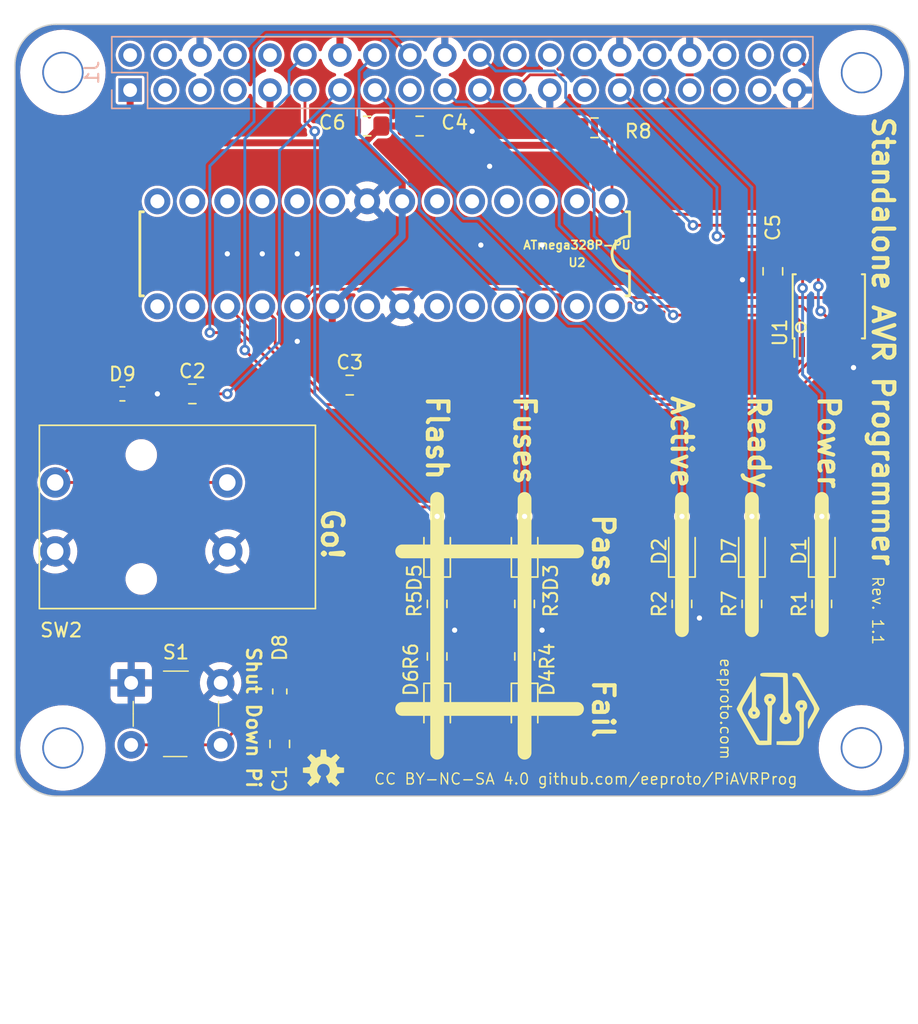
<source format=kicad_pcb>
(kicad_pcb (version 20240108) (generator "pcbnew") (generator_version "8.0")
  (title_block (title "Standalone AVR Programmer Pi Programmer") (date "2024-10-04") (rev "1.1") (comment 2 "Repo: https://github.com/eeproto/PiAVRProg") (comment 3 "License: This work is licensed under CC BY-NC-SA 4.0") (comment 4 "Author: Christian Hansis christian@eeproto.com"))
  (layers (0 "F.Cu" signal) (31 "B.Cu" signal) (34 "B.Paste" user) (35 "F.Paste" user) (36 "B.SilkS" user "B.Silkscreen") (37 "F.SilkS" user "F.Silkscreen") (38 "B.Mask" user) (39 "F.Mask" user) (44 "Edge.Cuts" user))
  (net 0 "")
  (net 1 "GND")
  (net 2 "/PI_SHUTDOWN")
  (net 3 "/PI_GO")
  (net 4 "+3V3")
  (net 5 "Net-(D1-Pad1)")
  (net 6 "/PROGRAMMING")
  (net 7 "Net-(D2-Pad1)")
  (net 8 "Net-(D3-Pad1)")
  (net 9 "/FUSE_PASS")
  (net 10 "/FUSE_FAIL")
  (net 11 "Net-(D4-Pad1)")
  (net 12 "Net-(D5-Pad1)")
  (net 13 "/FLASH_PASS")
  (net 14 "/FLASH_FAIL")
  (net 15 "Net-(D6-Pad1)")
  (net 16 "Net-(D7-Pad1)")
  (net 17 "/READY")
  (net 18 "/PI_MOSI")
  (net 19 "/PI_MISO")
  (net 20 "/PI_RESET")
  (net 21 "/PI_CLK")
  (net 22 "/SPI_SWITCH")
  (net 23 "/AVR_RESET")
  (net 24 "/AVR_MOSI")
  (net 25 "/AVR_MISO")
  (net 26 "/AVR_CLK")
  (footprint "project_footprints:NPTH_3mm_ID" (layer "F.Cu") (at 82.04 64.31)
    (property "Reference" "H1" (at 0.06 0.09 0) (layer "F.SilkS"))
    (property "Value" "3mm_Mounting_Hole" (hide yes))
    (pad "" np_thru_hole circle (at 0 0) (size 3 3) (drill 2.75) (layers "*.Cu" "*.Mask") (clearance 1.6))
  )
  (footprint "project_footprints:NPTH_3mm_ID" (layer "F.Cu") (at 140.04 64.33)
    (property "Reference" "H2" (at 0.06 0.09 0) (layer "F.SilkS"))
    (property "Value" "3mm_Mounting_Hole" (hide yes))
    (pad "" np_thru_hole circle (at 0 0) (size 3 3) (drill 2.75) (layers "*.Cu" "*.Mask") (clearance 1.6))
  )
  (footprint "project_footprints:NPTH_3mm_ID" (layer "F.Cu") (at 82.04 113.32)
    (property "Reference" "H3" (at 0.06 0.09 0) (layer "F.SilkS"))
    (property "Value" "3mm_Mounting_Hole" (hide yes))
    (pad "" np_thru_hole circle (at 0 0) (size 3 3) (drill 2.75) (layers "*.Cu" "*.Mask") (clearance 1.6))
  )
  (footprint "project_footprints:NPTH_3mm_ID" (layer "F.Cu") (at 140.03 113.31)
    (property "Reference" "H4" (at 0.06 0.09 0) (layer "F.SilkS"))
    (property "Value" "3mm_Mounting_Hole" (hide yes))
    (pad "" np_thru_hole circle (at 0 0) (size 3 3) (drill 2.75) (layers "*.Cu" "*.Mask") (clearance 1.6))
  )
  (footprint "Capacitor_SMD:C_0805_2012Metric_Pad1.15x1.40mm_HandSolder" (layer "F.Cu") (at 133.604 78.74 -90)
    (property "Reference" "C5" (at -3.175 0 -90) (layer "F.SilkS"))
    (property "Value" "0.1uF")
    (pad "1" smd roundrect (at -1.025 0 270) (size 1.15 1.4) (layers "F.Cu" "F.Paste" "F.Mask") (roundrect_rratio 0.217391) (net 4 "+3V3"))
    (pad "2" smd roundrect (at 1.025 0 270) (size 1.15 1.4) (layers "F.Cu" "F.Paste" "F.Mask") (roundrect_rratio 0.217391) (net 1 "GND"))
  )
  (footprint "Capacitor_SMD:C_0805_2012Metric_Pad1.15x1.40mm_HandSolder" (layer "F.Cu") (at 97.79 113.03 90)
    (property "Reference" "C1" (at -2.54 0 90) (layer "F.SilkS"))
    (property "Value" "0.1uF")
    (pad "1" smd roundrect (at -1.025 0 90) (size 1.15 1.4) (layers "F.Cu" "F.Paste" "F.Mask") (roundrect_rratio 0.217391) (net 1 "GND"))
    (pad "2" smd roundrect (at 1.025 0 90) (size 1.15 1.4) (layers "F.Cu" "F.Paste" "F.Mask") (roundrect_rratio 0.217391) (net 2 "/PI_SHUTDOWN"))
  )
  (footprint "Capacitor_SMD:C_0805_2012Metric_Pad1.15x1.40mm_HandSolder" (layer "F.Cu") (at 102.87 86.995)
    (property "Reference" "C3" (at 0 -1.65 0) (layer "F.SilkS"))
    (property "Value" "0.1uF")
    (pad "1" smd roundrect (at -1.025 0) (size 1.15 1.4) (layers "F.Cu" "F.Paste" "F.Mask") (roundrect_rratio 0.217391) (net 4 "+3V3"))
    (pad "2" smd roundrect (at 1.025 0) (size 1.15 1.4) (layers "F.Cu" "F.Paste" "F.Mask") (roundrect_rratio 0.217391) (net 1 "GND"))
  )
  (footprint "Capacitor_SMD:C_0805_2012Metric_Pad1.15x1.40mm_HandSolder" (layer "F.Cu") (at 107.95 68.199)
    (property "Reference" "C4" (at 2.54 -0.254 0) (layer "F.SilkS"))
    (property "Value" "0.1uF")
    (pad "1" smd roundrect (at -1.025 0) (size 1.15 1.4) (layers "F.Cu" "F.Paste" "F.Mask") (roundrect_rratio 0.217391) (net 4 "+3V3"))
    (pad "2" smd roundrect (at 1.025 0) (size 1.15 1.4) (layers "F.Cu" "F.Paste" "F.Mask") (roundrect_rratio 0.217391) (net 1 "GND"))
  )
  (footprint "Capacitor_SMD:C_0805_2012Metric_Pad1.15x1.40mm_HandSolder" (layer "F.Cu") (at 104.14 68.199 180)
    (property "Reference" "C6" (at 2.54 0.254 180) (layer "F.SilkS"))
    (property "Value" "10uF")
    (pad "1" smd roundrect (at -1.025 0 180) (size 1.15 1.4) (layers "F.Cu" "F.Paste" "F.Mask") (roundrect_rratio 0.217391) (net 4 "+3V3"))
    (pad "2" smd roundrect (at 1.025 0 180) (size 1.15 1.4) (layers "F.Cu" "F.Paste" "F.Mask") (roundrect_rratio 0.217391) (net 1 "GND"))
  )
  (footprint "LED_SMD:LED_0805_2012Metric_Pad1.15x1.40mm_HandSolder" (layer "F.Cu") (at 137.16 99.06 90)
    (property "Reference" "D1" (at 0 -1.65 90) (layer "F.SilkS"))
    (property "Value" "GREEN")
    (pad "1" smd roundrect (at -1.025 0 90) (size 1.15 1.4) (layers "F.Cu" "F.Paste" "F.Mask") (roundrect_rratio 0.217391) (net 5 "Net-(D1-Pad1)"))
    (pad "2" smd roundrect (at 1.025 0 90) (size 1.15 1.4) (layers "F.Cu" "F.Paste" "F.Mask") (roundrect_rratio 0.217391) (net 4 "+3V3"))
  )
  (footprint "LED_SMD:LED_0805_2012Metric_Pad1.15x1.40mm_HandSolder" (layer "F.Cu") (at 115.57 99.06 90)
    (property "Reference" "D3" (at -1.905 1.905 90) (layer "F.SilkS"))
    (property "Value" "GREEN")
    (pad "1" smd roundrect (at -1.025 0 90) (size 1.15 1.4) (layers "F.Cu" "F.Paste" "F.Mask") (roundrect_rratio 0.217391) (net 8 "Net-(D3-Pad1)"))
    (pad "2" smd roundrect (at 1.025 0 90) (size 1.15 1.4) (layers "F.Cu" "F.Paste" "F.Mask") (roundrect_rratio 0.217391) (net 9 "/FUSE_PASS"))
  )
  (footprint "LED_SMD:LED_0805_2012Metric_Pad1.15x1.40mm_HandSolder" (layer "F.Cu") (at 115.57 110.49 -90)
    (property "Reference" "D4" (at -1.905 -1.65 -90) (layer "F.SilkS"))
    (property "Value" "RED")
    (pad "1" smd roundrect (at -1.025 0 270) (size 1.15 1.4) (layers "F.Cu" "F.Paste" "F.Mask") (roundrect_rratio 0.217391) (net 11 "Net-(D4-Pad1)"))
    (pad "2" smd roundrect (at 1.025 0 270) (size 1.15 1.4) (layers "F.Cu" "F.Paste" "F.Mask") (roundrect_rratio 0.217391) (net 10 "/FUSE_FAIL"))
  )
  (footprint "LED_SMD:LED_0805_2012Metric_Pad1.15x1.40mm_HandSolder" (layer "F.Cu") (at 109.22 99.06 90)
    (property "Reference" "D5" (at -1.905 -1.65 90) (layer "F.SilkS"))
    (property "Value" "GREEN")
    (pad "1" smd roundrect (at -1.025 0 90) (size 1.15 1.4) (layers "F.Cu" "F.Paste" "F.Mask") (roundrect_rratio 0.217391) (net 12 "Net-(D5-Pad1)"))
    (pad "2" smd roundrect (at 1.025 0 90) (size 1.15 1.4) (layers "F.Cu" "F.Paste" "F.Mask") (roundrect_rratio 0.217391) (net 13 "/FLASH_PASS"))
  )
  (footprint "LED_SMD:LED_0805_2012Metric_Pad1.15x1.40mm_HandSolder" (layer "F.Cu") (at 109.22 110.49 -90)
    (property "Reference" "D6" (at -1.905 1.905 -90) (layer "F.SilkS"))
    (property "Value" "RED")
    (pad "1" smd roundrect (at -1.025 0 270) (size 1.15 1.4) (layers "F.Cu" "F.Paste" "F.Mask") (roundrect_rratio 0.217391) (net 15 "Net-(D6-Pad1)"))
    (pad "2" smd roundrect (at 1.025 0 270) (size 1.15 1.4) (layers "F.Cu" "F.Paste" "F.Mask") (roundrect_rratio 0.217391) (net 14 "/FLASH_FAIL"))
  )
  (footprint "Resistor_SMD:R_0603_1608Metric_Pad1.05x0.95mm_HandSolder" (layer "F.Cu") (at 97.79 109.22 90)
    (property "Reference" "D8" (at 3.175 0 90) (layer "F.SilkS"))
    (property "Value" "D_TVS")
    (pad "1" smd roundrect (at -0.875 0 90) (size 1.05 0.95) (layers "F.Cu" "F.Paste" "F.Mask") (net 2 "/PI_SHUTDOWN"))
    (pad "2" smd roundrect (at 0.875 0 90) (size 1.05 0.95) (layers "F.Cu" "F.Paste" "F.Mask") (net 1 "GND"))
  )
  (footprint "Resistor_SMD:R_0603_1608Metric_Pad1.05x0.95mm_HandSolder" (layer "F.Cu") (at 86.36 87.63)
    (property "Reference" "D9" (at 0 -1.43 0) (layer "F.SilkS"))
    (property "Value" "D_TVS")
    (pad "1" smd roundrect (at -0.875 0) (size 1.05 0.95) (layers "F.Cu" "F.Paste" "F.Mask") (net 3 "/PI_GO"))
    (pad "2" smd roundrect (at 0.875 0) (size 1.05 0.95) (layers "F.Cu" "F.Paste" "F.Mask") (net 1 "GND"))
  )
  (footprint "Resistor_SMD:R_0805_2012Metric_Pad1.15x1.40mm_HandSolder" (layer "F.Cu") (at 137.16 102.87 90)
    (property "Reference" "R1" (at 0 -1.65 90) (layer "F.SilkS"))
    (property "Value" "1k")
    (pad "1" smd roundrect (at -1.025 0 90) (size 1.15 1.4) (layers "F.Cu" "F.Paste" "F.Mask") (roundrect_rratio 0.217391) (net 1 "GND"))
    (pad "2" smd roundrect (at 1.025 0 90) (size 1.15 1.4) (layers "F.Cu" "F.Paste" "F.Mask") (roundrect_rratio 0.217391) (net 5 "Net-(D1-Pad1)"))
  )
  (footprint "Resistor_SMD:R_0805_2012Metric_Pad1.15x1.40mm_HandSolder" (layer "F.Cu") (at 127 102.87 90)
    (property "Reference" "R2" (at 0 -1.65 -90) (layer "F.SilkS"))
    (property "Value" "1k")
    (pad "1" smd roundrect (at -1.025 0 90) (size 1.15 1.4) (layers "F.Cu" "F.Paste" "F.Mask") (roundrect_rratio 0.217391) (net 1 "GND"))
    (pad "2" smd roundrect (at 1.025 0 90) (size 1.15 1.4) (layers "F.Cu" "F.Paste" "F.Mask") (roundrect_rratio 0.217391) (net 7 "Net-(D2-Pad1)"))
  )
  (footprint "Resistor_SMD:R_0805_2012Metric_Pad1.15x1.40mm_HandSolder" (layer "F.Cu") (at 115.57 102.87 90)
    (property "Reference" "R3" (at 0 1.905 90) (layer "F.SilkS"))
    (property "Value" "1k")
    (pad "1" smd roundrect (at -1.025 0 90) (size 1.15 1.4) (layers "F.Cu" "F.Paste" "F.Mask") (roundrect_rratio 0.217391) (net 1 "GND"))
    (pad "2" smd roundrect (at 1.025 0 90) (size 1.15 1.4) (layers "F.Cu" "F.Paste" "F.Mask") (roundrect_rratio 0.217391) (net 8 "Net-(D3-Pad1)"))
  )
  (footprint "Resistor_SMD:R_0805_2012Metric_Pad1.15x1.40mm_HandSolder" (layer "F.Cu") (at 109.22 102.87 90)
    (property "Reference" "R5" (at 0 -1.65 90) (layer "F.SilkS"))
    (property "Value" "1k")
    (pad "1" smd roundrect (at -1.025 0 90) (size 1.15 1.4) (layers "F.Cu" "F.Paste" "F.Mask") (roundrect_rratio 0.217391) (net 1 "GND"))
    (pad "2" smd roundrect (at 1.025 0 90) (size 1.15 1.4) (layers "F.Cu" "F.Paste" "F.Mask") (roundrect_rratio 0.217391) (net 12 "Net-(D5-Pad1)"))
  )
  (footprint "Resistor_SMD:R_0805_2012Metric_Pad1.15x1.40mm_HandSolder" (layer "F.Cu") (at 109.22 106.68 -90)
    (property "Reference" "R6" (at 0 1.905 -90) (layer "F.SilkS"))
    (property "Value" "1k")
    (pad "1" smd roundrect (at -1.025 0 270) (size 1.15 1.4) (layers "F.Cu" "F.Paste" "F.Mask") (roundrect_rratio 0.217391) (net 1 "GND"))
    (pad "2" smd roundrect (at 1.025 0 270) (size 1.15 1.4) (layers "F.Cu" "F.Paste" "F.Mask") (roundrect_rratio 0.217391) (net 15 "Net-(D6-Pad1)"))
  )
  (footprint "Resistor_SMD:R_0805_2012Metric_Pad1.15x1.40mm_HandSolder" (layer "F.Cu") (at 132.08 102.87 90)
    (property "Reference" "R7" (at 0 -1.65 90) (layer "F.SilkS"))
    (property "Value" "1k")
    (pad "1" smd roundrect (at -1.025 0 90) (size 1.15 1.4) (layers "F.Cu" "F.Paste" "F.Mask") (roundrect_rratio 0.217391) (net 1 "GND"))
    (pad "2" smd roundrect (at 1.025 0 90) (size 1.15 1.4) (layers "F.Cu" "F.Paste" "F.Mask") (roundrect_rratio 0.217391) (net 16 "Net-(D7-Pad1)"))
  )
  (footprint "OmronB3J1100:OmronB3J1100" (layer "F.Cu") (at 93.98 99.06 -90)
    (property "Reference" "SW2" (at 5.715 12.065 0) (layer "F.SilkS"))
    (property "Value" "MOM")
    (pad "" np_thru_hole circle (at -7 6.25 270) (size 1.8 1.8) (drill 1.8) (layers "*.Cu" "*.Mask"))
    (pad "" np_thru_hole circle (at 2 6.25 270) (size 1.8 1.8) (drill 1.8) (layers "*.Cu" "*.Mask"))
    (pad "1" thru_hole circle (at -5 0 270) (size 2.2 2.2) (drill 1.2) (layers "*.Cu" "*.Mask") (net 3 "/PI_GO"))
    (pad "1" thru_hole circle (at -5 12.5 270) (size 2.2 2.2) (drill 1.2) (layers "*.Cu" "*.Mask") (net 3 "/PI_GO"))
    (pad "2" thru_hole circle (at 0 0 270) (size 2.2 2.2) (drill 1.2) (layers "*.Cu" "*.Mask") (net 1 "GND"))
    (pad "2" thru_hole circle (at 0 12.5 270) (size 2.2 2.2) (drill 1.2) (layers "*.Cu" "*.Mask") (net 1 "GND"))
  )
  (footprint "Connectors:DIL28-3-ZIF_SOCKET" (layer "F.Cu") (at 105.41 77.47 180)
    (property "Reference" "U2" (at -13.97 -0.635 180) (layer "F.SilkS") (effects (font (size 0.6096 0.6096) (thickness 0.127))))
    (property "Value" "ATmega328P-PU" (at -13.97 0.635 180) (layer "F.SilkS") (effects (font (size 0.6096 0.6096) (thickness 0.127))))
    (pad "1" thru_hole circle (at -16.51 3.81 180) (size 1.8796 1.8796) (drill 1.016) (layers "*.Cu" "*.Mask") (net 23 "/AVR_RESET"))
    (pad "2" thru_hole circle (at -13.97 3.81 180) (size 1.8796 1.8796) (drill 1.016) (layers "*.Cu" "*.Mask"))
    (pad "3" thru_hole circle (at -11.43 3.81 180) (size 1.8796 1.8796) (drill 1.016) (layers "*.Cu" "*.Mask"))
    (pad "4" thru_hole circle (at -8.89 3.81 180) (size 1.8796 1.8796) (drill 1.016) (layers "*.Cu" "*.Mask"))
    (pad "5" thru_hole circle (at -6.35 3.81 180) (size 1.8796 1.8796) (drill 1.016) (layers "*.Cu" "*.Mask"))
    (pad "6" thru_hole circle (at -3.81 3.81 180) (size 1.8796 1.8796) (drill 1.016) (layers "*.Cu" "*.Mask"))
    (pad "7" thru_hole circle (at -1.27 3.81 180) (size 1.8796 1.8796) (drill 1.016) (layers "*.Cu" "*.Mask") (net 4 "+3V3"))
    (pad "8" thru_hole circle (at 1.27 3.81 180) (size 1.8796 1.8796) (drill 1.016) (layers "*.Cu" "*.Mask") (net 1 "GND"))
    (pad "9" thru_hole circle (at 3.81 3.81 180) (size 1.8796 1.8796) (drill 1.016) (layers "*.Cu" "*.Mask"))
    (pad "10" thru_hole circle (at 6.35 3.81 180) (size 1.8796 1.8796) (drill 1.016) (layers "*.Cu" "*.Mask"))
    (pad "11" thru_hole circle (at 8.89 3.81 180) (size 1.8796 1.8796) (drill 1.016) (layers "*.Cu" "*.Mask"))
    (pad "12" thru_hole circle (at 11.43 3.81 180) (size 1.8796 1.8796) (drill 1.016) (layers "*.Cu" "*.Mask"))
    (pad "13" thru_hole circle (at 13.97 3.81 180) (size 1.8796 1.8796) (drill 1.016) (layers "*.Cu" "*.Mask"))
    (pad "14" thru_hole circle (at 16.51 3.81 180) (size 1.8796 1.8796) (drill 1.016) (layers "*.Cu" "*.Mask"))
    (pad "15" thru_hole circle (at 16.51 -3.81 180) (size 1.8796 1.8796) (drill 1.016) (layers "*.Cu" "*.Mask"))
    (pad "16" thru_hole circle (at 13.97 -3.81 180) (size 1.8796 1.8796) (drill 1.016) (layers "*.Cu" "*.Mask"))
    (pad "17" thru_hole circle (at 11.43 -3.81 180) (size 1.8796 1.8796) (drill 1.016) (layers "*.Cu" "*.Mask") (net 24 "/AVR_MOSI"))
    (pad "18" thru_hole circle (at 8.89 -3.81 180) (size 1.8796 1.8796) (drill 1.016) (layers "*.Cu" "*.Mask") (net 25 "/AVR_MISO"))
    (pad "19" thru_hole circle (at 6.35 -3.81 180) (size 1.8796 1.8796) (drill 1.016) (layers "*.Cu" "*.Mask") (net 26 "/AVR_CLK"))
    (pad "20" thru_hole circle (at 3.81 -3.81 180) (size 1.8796 1.8796) (drill 1.016) (layers "*.Cu" "*.Mask") (net 4 "+3V3"))
    (pad "21" thru_hole circle (at 1.27 -3.81 180) (size 1.8796 1.8796) (drill 1.016) (layers "*.Cu" "*.Mask"))
    (pad "22" thru_hole circle (at -1.27 -3.81 180) (size 1.8796 1.8796) (drill 1.016) (layers "*.Cu" "*.Mask") (net 1 "GND"))
    (pad "23" thru_hole circle (at -3.81 -3.81 180) (size 1.8796 1.8796) (drill 1.016) (layers "*.Cu" "*.Mask"))
    (pad "24" thru_hole circle (at -6.35 -3.81 180) (size 1.8796 1.8796) (drill 1.016) (layers "*.Cu" "*.Mask"))
    (pad "25" thru_hole circle (at -8.89 -3.81 180) (size 1.8796 1.8796) (drill 1.016) (layers "*.Cu" "*.Mask"))
    (pad "26" thru_hole circle (at -11.43 -3.81 180) (size 1.8796 1.8796) (drill 1.016) (layers "*.Cu" "*.Mask"))
    (pad "27" thru_hole circle (at -13.97 -3.81 180) (size 1.8796 1.8796) (drill 1.016) (layers "*.Cu" "*.Mask"))
    (pad "28" thru_hole circle (at -16.51 -3.81 180) (size 1.8796 1.8796) (drill 1.016) (layers "*.Cu" "*.Mask"))
  )
  (footprint "Resistor_SMD:R_0805_2012Metric_Pad1.15x1.40mm_HandSolder" (layer "F.Cu") (at 115.57 106.68 -90)
    (property "Reference" "R4" (at 0 -1.65 -90) (layer "F.SilkS"))
    (property "Value" "1k")
    (pad "1" smd roundrect (at -1.025 0 270) (size 1.15 1.4) (layers "F.Cu" "F.Paste" "F.Mask") (roundrect_rratio 0.217391) (net 1 "GND"))
    (pad "2" smd roundrect (at 1.025 0 270) (size 1.15 1.4) (layers "F.Cu" "F.Paste" "F.Mask") (roundrect_rratio 0.217391) (net 11 "Net-(D4-Pad1)"))
  )
  (footprint "LED_SMD:LED_0805_2012Metric_Pad1.15x1.40mm_HandSolder" (layer "F.Cu") (at 132.08 99.06 90)
    (property "Reference" "D7" (at 0 -1.65 90) (layer "F.SilkS"))
    (property "Value" "GREEN")
    (pad "1" smd roundrect (at -1.025 0 90) (size 1.15 1.4) (layers "F.Cu" "F.Paste" "F.Mask") (roundrect_rratio 0.217391) (net 16 "Net-(D7-Pad1)"))
    (pad "2" smd roundrect (at 1.025 0 90) (size 1.15 1.4) (layers "F.Cu" "F.Paste" "F.Mask") (roundrect_rratio 0.217391) (net 17 "/READY"))
  )
  (footprint "Capacitor_SMD:C_0805_2012Metric_Pad1.15x1.40mm_HandSolder" (layer "F.Cu") (at 91.44 87.63)
    (property "Reference" "C2" (at 0 -1.65 0) (layer "F.SilkS"))
    (property "Value" "0.1uF")
    (pad "1" smd roundrect (at -1.025 0) (size 1.15 1.4) (layers "F.Cu" "F.Paste" "F.Mask") (roundrect_rratio 0.217391) (net 1 "GND"))
    (pad "2" smd roundrect (at 1.025 0) (size 1.15 1.4) (layers "F.Cu" "F.Paste" "F.Mask") (roundrect_rratio 0.217391) (net 3 "/PI_GO"))
  )
  (footprint "Package_SO:TSSOP-14_4.4x5mm_P0.65mm" (layer "F.Cu") (at 137.668 81.28 90)
    (property "Reference" "U1" (at -1.905 -3.55 90) (layer "F.SilkS"))
    (property "Value" "4066")
    (pad "1" smd rect (at -2.95 -1.95 90) (size 1.45 0.45) (layers "F.Cu" "F.Paste" "F.Mask") (net 19 "/PI_MISO"))
    (pad "2" smd rect (at -2.95 -1.3 90) (size 1.45 0.45) (layers "F.Cu" "F.Paste" "F.Mask") (net 25 "/AVR_MISO"))
    (pad "3" smd rect (at -2.95 -0.65 90) (size 1.45 0.45) (layers "F.Cu" "F.Paste" "F.Mask") (net 24 "/AVR_MOSI"))
    (pad "4" smd rect (at -2.95 0 90) (size 1.45 0.45) (layers "F.Cu" "F.Paste" "F.Mask") (net 18 "/PI_MOSI"))
    (pad "5" smd rect (at -2.95 0.65 90) (size 1.45 0.45) (layers "F.Cu" "F.Paste" "F.Mask") (net 22 "/SPI_SWITCH"))
    (pad "6" smd rect (at -2.95 1.3 90) (size 1.45 0.45) (layers "F.Cu" "F.Paste" "F.Mask") (net 22 "/SPI_SWITCH"))
    (pad "7" smd rect (at -2.95 1.95 90) (size 1.45 0.45) (layers "F.Cu" "F.Paste" "F.Mask") (net 1 "GND"))
    (pad "8" smd rect (at 2.95 1.95 90) (size 1.45 0.45) (layers "F.Cu" "F.Paste" "F.Mask") (net 21 "/PI_CLK"))
    (pad "9" smd rect (at 2.95 1.3 90) (size 1.45 0.45) (layers "F.Cu" "F.Paste" "F.Mask") (net 26 "/AVR_CLK"))
    (pad "10" smd rect (at 2.95 0.65 90) (size 1.45 0.45) (layers "F.Cu" "F.Paste" "F.Mask") (net 23 "/AVR_RESET"))
    (pad "11" smd rect (at 2.95 0 90) (size 1.45 0.45) (layers "F.Cu" "F.Paste" "F.Mask") (net 20 "/PI_RESET"))
    (pad "12" smd rect (at 2.95 -0.65 90) (size 1.45 0.45) (layers "F.Cu" "F.Paste" "F.Mask") (net 22 "/SPI_SWITCH"))
    (pad "13" smd rect (at 2.95 -1.3 90) (size 1.45 0.45) (layers "F.Cu" "F.Paste" "F.Mask") (net 22 "/SPI_SWITCH"))
    (pad "14" smd rect (at 2.95 -1.95 90) (size 1.45 0.45) (layers "F.Cu" "F.Paste" "F.Mask") (net 4 "+3V3"))
  )
  (footprint "digikey-footprints:Switch_Tactile_THT_B3F-1xxx" (layer "F.Cu") (at 86.995 108.585)
    (property "Reference" "S1" (at 3.2512 -2.2094 0) (layer "F.SilkS"))
    (property "Value" "B3F-1000")
    (pad "1" thru_hole rect (at 0.0012 0.0106) (size 2 2) (drill 1) (layers "*.Cu" "*.Mask") (net 1 "GND"))
    (pad "2" thru_hole circle (at 6.5012 0.0106) (size 2 2) (drill 1) (layers "*.Cu" "*.Mask") (net 1 "GND"))
    (pad "3" thru_hole circle (at 0.0012 4.5106) (size 2 2) (drill 1) (layers "*.Cu" "*.Mask") (net 2 "/PI_SHUTDOWN"))
    (pad "4" thru_hole circle (at 6.5012 4.5106) (size 2 2) (drill 1) (layers "*.Cu" "*.Mask") (net 2 "/PI_SHUTDOWN"))
  )
  (footprint "Resistor_SMD:R_0805_2012Metric_Pad1.15x1.40mm_HandSolder" (layer "F.Cu") (at 120.65 68.326)
    (property "Reference" "R8" (at 3.175 0.254 0) (layer "F.SilkS"))
    (property "Value" "10k")
    (pad "1" smd roundrect (at -1.025 0) (size 1.15 1.4) (layers "F.Cu" "F.Paste" "F.Mask") (roundrect_rratio 0.217391) (net 4 "+3V3"))
    (pad "2" smd roundrect (at 1.025 0) (size 1.15 1.4) (layers "F.Cu" "F.Paste" "F.Mask") (roundrect_rratio 0.217391) (net 23 "/AVR_RESET"))
  )
  (footprint "LED_SMD:LED_0805_2012Metric_Pad1.15x1.40mm_HandSolder" (layer "F.Cu") (at 127 99.06 90)
    (property "Reference" "D2" (at 0 -1.65 90) (layer "F.SilkS"))
    (property "Value" "YELLOW")
    (pad "1" smd roundrect (at -1.025 0 90) (size 1.15 1.4) (layers "F.Cu" "F.Paste" "F.Mask") (roundrect_rratio 0.217391) (net 7 "Net-(D2-Pad1)"))
    (pad "2" smd roundrect (at 1.025 0 90) (size 1.15 1.4) (layers "F.Cu" "F.Paste" "F.Mask") (roundrect_rratio 0.217391) (net 6 "/PROGRAMMING"))
  )
  (footprint "Aesthetics:OSHW-LOGO-S" (layer "F.Cu") (at 100.965 114.935)
    (property "Reference" "" (at 0 0 0) (layer "F.SilkS") (effects (font (size 1.524 1.524))))
    (property "Value" "" (at 0 0 0) (layer "F.SilkS") (effects (font (size 1.524 1.524))))
  )
  (footprint "logo_eeproto_72:logo_eeproto_72" (layer "F.Cu") (at 133.985 110.49 90)
    (property "Reference" "G***" (hide yes))
    (property "Value" "LOGO" (hide yes))
  )
  (footprint "Connector_PinSocket_2.54mm:PinSocket_2x20_P2.54mm_Vertical" (layer "B.Cu") (at 86.92 65.59 -90)
    (property "Reference" "J1" (at -1.27 2.77 -90) (layer "B.SilkS") (effects (justify mirror)))
    (property "Value" "40HAT")
    (pad "1" thru_hole rect (at 0 0 270) (size 1.7 1.7) (drill 1) (layers "*.Cu" "*.Mask") (net 4 "+3V3"))
    (pad "2" thru_hole oval (at -2.54 0 270) (size 1.7 1.7) (drill 1) (layers "*.Cu" "*.Mask"))
    (pad "3" thru_hole oval (at 0 -2.54 270) (size 1.7 1.7) (drill 1) (layers "*.Cu" "*.Mask"))
    (pad "4" thru_hole oval (at -2.54 -2.54 270) (size 1.7 1.7) (drill 1) (layers "*.Cu" "*.Mask"))
    (pad "5" thru_hole oval (at 0 -5.08 270) (size 1.7 1.7) (drill 1) (layers "*.Cu" "*.Mask"))
    (pad "6" thru_hole oval (at -2.54 -5.08 270) (size 1.7 1.7) (drill 1) (layers "*.Cu" "*.Mask") (net 1 "GND"))
    (pad "7" thru_hole oval (at 0 -7.62 270) (size 1.7 1.7) (drill 1) (layers "*.Cu" "*.Mask"))
    (pad "8" thru_hole oval (at -2.54 -7.62 270) (size 1.7 1.7) (drill 1) (layers "*.Cu" "*.Mask"))
    (pad "9" thru_hole oval (at 0 -10.16 270) (size 1.7 1.7) (drill 1) (layers "*.Cu" "*.Mask") (net 1 "GND"))
    (pad "10" thru_hole oval (at -2.54 -10.16 270) (size 1.7 1.7) (drill 1) (layers "*.Cu" "*.Mask"))
    (pad "11" thru_hole oval (at 0 -12.7 270) (size 1.7 1.7) (drill 1) (layers "*.Cu" "*.Mask") (net 13 "/FLASH_PASS"))
    (pad "12" thru_hole oval (at -2.54 -12.7 270) (size 1.7 1.7) (drill 1) (layers "*.Cu" "*.Mask") (net 14 "/FLASH_FAIL"))
    (pad "13" thru_hole oval (at 0 -15.24 270) (size 1.7 1.7) (drill 1) (layers "*.Cu" "*.Mask") (net 3 "/PI_GO"))
    (pad "14" thru_hole oval (at -2.54 -15.24 270) (size 1.7 1.7) (drill 1) (layers "*.Cu" "*.Mask") (net 1 "GND"))
    (pad "15" thru_hole oval (at 0 -17.78 270) (size 1.7 1.7) (drill 1) (layers "*.Cu" "*.Mask") (net 6 "/PROGRAMMING"))
    (pad "16" thru_hole oval (at -2.54 -17.78 270) (size 1.7 1.7) (drill 1) (layers "*.Cu" "*.Mask") (net 9 "/FUSE_PASS"))
    (pad "17" thru_hole oval (at 0 -20.32 270) (size 1.7 1.7) (drill 1) (layers "*.Cu" "*.Mask"))
    (pad "18" thru_hole oval (at -2.54 -20.32 270) (size 1.7 1.7) (drill 1) (layers "*.Cu" "*.Mask") (net 10 "/FUSE_FAIL"))
    (pad "19" thru_hole oval (at 0 -22.86 270) (size 1.7 1.7) (drill 1) (layers "*.Cu" "*.Mask") (net 18 "/PI_MOSI"))
    (pad "20" thru_hole oval (at -2.54 -22.86 270) (size 1.7 1.7) (drill 1) (layers "*.Cu" "*.Mask") (net 1 "GND"))
    (pad "21" thru_hole oval (at 0 -25.4 270) (size 1.7 1.7) (drill 1) (layers "*.Cu" "*.Mask") (net 19 "/PI_MISO"))
    (pad "22" thru_hole oval (at -2.54 -25.4 270) (size 1.7 1.7) (drill 1) (layers "*.Cu" "*.Mask") (net 20 "/PI_RESET"))
    (pad "23" thru_hole oval (at 0 -27.94 270) (size 1.7 1.7) (drill 1) (layers "*.Cu" "*.Mask") (net 21 "/PI_CLK"))
    (pad "24" thru_hole oval (at -2.54 -27.94 270) (size 1.7 1.7) (drill 1) (layers "*.Cu" "*.Mask"))
    (pad "25" thru_hole oval (at 0 -30.48 270) (size 1.7 1.7) (drill 1) (layers "*.Cu" "*.Mask") (net 1 "GND"))
    (pad "26" thru_hole oval (at -2.54 -30.48 270) (size 1.7 1.7) (drill 1) (layers "*.Cu" "*.Mask"))
    (pad "27" thru_hole oval (at 0 -33.02 270) (size 1.7 1.7) (drill 1) (layers "*.Cu" "*.Mask"))
    (pad "28" thru_hole oval (at -2.54 -33.02 270) (size 1.7 1.7) (drill 1) (layers "*.Cu" "*.Mask"))
    (pad "29" thru_hole oval (at 0 -35.56 270) (size 1.7 1.7) (drill 1) (layers "*.Cu" "*.Mask") (net 22 "/SPI_SWITCH"))
    (pad "30" thru_hole oval (at -2.54 -35.56 270) (size 1.7 1.7) (drill 1) (layers "*.Cu" "*.Mask") (net 1 "GND"))
    (pad "31" thru_hole oval (at 0 -38.1 270) (size 1.7 1.7) (drill 1) (layers "*.Cu" "*.Mask") (net 17 "/READY"))
    (pad "32" thru_hole oval (at -2.54 -38.1 270) (size 1.7 1.7) (drill 1) (layers "*.Cu" "*.Mask"))
    (pad "33" thru_hole oval (at 0 -40.64 270) (size 1.7 1.7) (drill 1) (layers "*.Cu" "*.Mask"))
    (pad "34" thru_hole oval (at -2.54 -40.64 270) (size 1.7 1.7) (drill 1) (layers "*.Cu" "*.Mask") (net 1 "GND"))
    (pad "35" thru_hole oval (at 0 -43.18 270) (size 1.7 1.7) (drill 1) (layers "*.Cu" "*.Mask"))
    (pad "36" thru_hole oval (at -2.54 -43.18 270) (size 1.7 1.7) (drill 1) (layers "*.Cu" "*.Mask"))
    (pad "37" thru_hole oval (at 0 -45.72 270) (size 1.7 1.7) (drill 1) (layers "*.Cu" "*.Mask"))
    (pad "38" thru_hole oval (at -2.54 -45.72 270) (size 1.7 1.7) (drill 1) (layers "*.Cu" "*.Mask"))
    (pad "39" thru_hole oval (at 0 -48.26 270) (size 1.7 1.7) (drill 1) (layers "*.Cu" "*.Mask") (net 1 "GND"))
    (pad "40" thru_hole oval (at -2.54 -48.26 270) (size 1.7 1.7) (drill 1) (layers "*.Cu" "*.Mask") (net 2 "/PI_SHUTDOWN"))
  )
  (gr_line (start 106.68 99.06) (end 119.38 99.06) (stroke (width 1)) (layer "F.SilkS"))
  (gr_line (start 106.68 110.49) (end 119.38 110.49) (stroke (width 1)) (layer "F.SilkS"))
  (gr_line (start 115.57 113.665) (end 115.57 95.25) (stroke (width 1)) (layer "F.SilkS"))
  (gr_line (start 109.22 113.665) (end 109.22 95.25) (stroke (width 1)) (layer "F.SilkS"))
  (gr_line (start 127 104.775) (end 127 95.25) (stroke (width 1)) (layer "F.SilkS"))
  (gr_line (start 132.08 104.775) (end 132.08 95.25) (stroke (width 1)) (layer "F.SilkS"))
  (gr_line (start 137.16 104.775) (end 137.16 95.25) (stroke (width 1)) (layer "F.SilkS"))
  (gr_circle (center 135.636 82.804) (end 135.89 83.058) (stroke (width 0.15)) (fill none) (layer "F.SilkS"))
  (gr_line (start 143.546356 113.817611) (end 143.546356 63.817611) (stroke (width 0.1)) (layer "Edge.Cuts"))
  (gr_line (start 140.546356 60.817611) (end 81.546356 60.817611) (stroke (width 0.1)) (layer "Edge.Cuts"))
  (gr_arc (start 78.546356 63.817611) (mid 79.425036 61.696291) (end 81.546356 60.817611) (stroke (width 0.1)) (layer "Edge.Cuts"))
  (gr_line (start 81.546356 116.817611) (end 140.546356 116.817611) (stroke (width 0.1)) (layer "Edge.Cuts"))
  (gr_line (start 78.546356 63.817611) (end 78.546356 113.817611) (stroke (width 0.1)) (layer "Edge.Cuts"))
  (gr_arc (start 81.546356 116.817611) (mid 79.425036 115.938931) (end 78.546356 113.817611) (stroke (width 0.1)) (layer "Edge.Cuts"))
  (gr_arc (start 143.546351 113.822847) (mid 142.665824 115.940781) (end 140.546356 116.817611) (stroke (width 0.1)) (layer "Edge.Cuts"))
  (gr_arc (start 140.546356 60.817611) (mid 142.667676 61.696291) (end 143.546356 63.817611) (stroke (width 0.1)) (layer "Edge.Cuts"))
  (gr_text "Fuses" (at 115.57 87.63 270) (layer "F.SilkS") (effects (font (size 1.5 1.5) (thickness 0.3)) (justify left)))
  (gr_text "Pass" (at 121.285 99.06 270) (layer "F.SilkS") (effects (font (size 1.5 1.5) (thickness 0.3))))
  (gr_text "Active" (at 127 87.63 270) (layer "F.SilkS") (effects (font (size 1.5 1.5) (thickness 0.3)) (justify left)))
  (gr_text "Ready" (at 132.588 87.63 270) (layer "F.SilkS") (effects (font (size 1.5 1.5) (thickness 0.3)) (justify left)))
  (gr_text "Fail" (at 121.285 110.49 270) (layer "F.SilkS") (effects (font (size 1.5 1.5) (thickness 0.3))))
  (gr_text "eeproto.com" (at 130.175 110.49 270) (layer "F.SilkS") (effects (font (size 0.8 0.8) (thickness 0.1))))
  (gr_text "CC BY-NC-SA 4.0 github.com/eeproto/PiAVRProg" (at 120.015 115.57 0) (layer "F.SilkS") (effects (font (size 0.8 0.8) (thickness 0.1))))
  (gr_text "Rev. 1.1" (at 141.224 105.918 270) (layer "F.SilkS") (effects (font (size 0.8 0.8) (thickness 0.1)) (justify right)))
  (gr_text "Power" (at 137.668 87.63 270) (layer "F.SilkS") (effects (font (size 1.5 1.5) (thickness 0.3)) (justify left)))
  (gr_text "Shut Down Pi" (at 95.885 111.125 270) (layer "F.SilkS") (effects (font (size 1 1) (thickness 0.2))))
  (gr_text "Go!" (at 101.6 97.79 270) (layer "F.SilkS") (effects (font (size 1.5 1.5) (thickness 0.3))))
  (gr_text "Flash" (at 109.22 87.63 270) (layer "F.SilkS") (effects (font (size 1.5 1.5) (thickness 0.3)) (justify left)))
  (gr_text "Standalone AVR Programmer" (at 141.605 83.82 270) (layer "F.SilkS") (effects (font (size 1.5 1.5) (thickness 0.3))))
  (segment (start 109.22 103.895) (end 109.22 104.775) (width 0.2032) (layer "F.Cu") (net 1))
  (segment (start 87.235 87.63) (end 88.9 87.63) (width 0.2032) (layer "F.Cu") (net 1))
  (segment (start 115.57 103.895) (end 115.57 104.775) (width 0.2032) (layer "F.Cu") (net 1))
  (segment (start 137.16 103.895) (end 132.08 103.895) (width 0.2032) (layer "F.Cu") (net 1))
  (segment (start 127 103.895) (end 128.27 103.895) (width 0.2032) (layer "F.Cu") (net 1))
  (segment (start 131.809601 79.765) (end 131.3942 79.349599) (width 0.2032) (layer "F.Cu") (net 1))
  (segment (start 88.9 87.63) (end 90.415 87.63) (width 0.2032) (layer "F.Cu") (net 1))
  (segment (start 109.22 104.775) (end 110.49 104.775) (width 0.2032) (layer "F.Cu") (net 1))
  (segment (start 115.57 104.775) (end 116.84 104.775) (width 0.2032) (layer "F.Cu") (net 1))
  (segment (start 139.618 85.569001) (end 139.462001 85.725) (width 0.2032) (layer "F.Cu") (net 1))
  (segment (start 133.604 79.765) (end 131.809601 79.765) (width 0.2032) (layer "F.Cu") (net 1))
  (segment (start 139.618 84.23) (end 139.618 85.569001) (width 0.2032) (layer "F.Cu") (net 1))
  (segment (start 132.08 103.895) (end 128.27 103.895) (width 0.2032) (layer "F.Cu") (net 1))
  (segment (start 115.57 104.775) (end 115.57 105.655) (width 0.2032) (layer "F.Cu") (net 1))
  (segment (start 109.22 104.775) (end 109.22 105.655) (width 0.2032) (layer "F.Cu") (net 1))
  (via (at 113.03 71.12) (size 0.762) (drill 0.381) (layers "F.Cu" "B.Cu") (net 1))
  (via (at 99.06 83.82) (size 0.762) (drill 0.381) (layers "F.Cu" "B.Cu") (net 1))
  (via (at 93.98 77.47) (size 0.762) (drill 0.381) (layers "F.Cu" "B.Cu") (net 1))
  (via (at 96.52 77.47) (size 0.762) (drill 0.381) (layers "F.Cu" "B.Cu") (net 1))
  (via (at 99.06 77.47) (size 0.762) (drill 0.381) (layers "F.Cu" "B.Cu") (net 1))
  (via (at 116.84 76.835) (size 0.762) (drill 0.381) (layers "F.Cu" "B.Cu") (net 1))
  (via (at 112.395 76.835) (size 0.762) (drill 0.381) (layers "F.Cu" "B.Cu") (net 1))
  (via (at 111.76 68.58) (size 0.762) (drill 0.381) (layers "F.Cu" "B.Cu") (net 1))
  (via (at 131.3942 79.349599) (size 0.762) (drill 0.381) (layers "F.Cu" "B.Cu") (net 1))
  (via (at 128.27 103.895) (size 0.762) (drill 0.381) (layers "F.Cu" "B.Cu") (net 1))
  (via (at 116.84 104.775) (size 0.762) (drill 0.381) (layers "F.Cu" "B.Cu") (net 1))
  (via (at 139.462001 85.725) (size 0.762) (drill 0.381) (layers "F.Cu" "B.Cu") (net 1))
  (via (at 88.9 87.63) (size 0.762) (drill 0.381) (layers "F.Cu" "B.Cu") (net 1))
  (via (at 110.49 104.775) (size 0.762) (drill 0.381) (layers "F.Cu" "B.Cu") (net 1))
  (segment (start 97.79 112.005) (end 97.79 110.095) (width 0.2032) (layer "F.Cu") (net 2))
  (segment (start 140.147801 103.946199) (end 140.147801 102.974821) (width 0.2032) (layer "F.Cu") (net 2))
  (segment (start 94.5868 112.005) (end 97.79 112.005) (width 0.2032) (layer "F.Cu") (net 2))
  (segment (start 86.9962 113.0956) (end 93.4962 113.0956) (width 0.2032) (layer "F.Cu") (net 2))
  (segment (start 136.838399 64.708399) (end 136.838399 66.413598) (width 0.2032) (layer "F.Cu") (net 2))
  (segment (start 97.79 112.005) (end 98.815 113.03) (width 0.2032) (layer "F.Cu") (net 2))
  (segment (start 98.815 113.03) (end 121.92 113.03) (width 0.2032) (layer "F.Cu") (net 2))
  (segment (start 121.92 113.03) (end 128.778 106.172) (width 0.2032) (layer "F.Cu") (net 2))
  (segment (start 140.147801 102.974821) (end 140.147801 69.723) (width 0.2032) (layer "F.Cu") (net 2))
  (segment (start 93.4962 113.0956) (end 94.5868 112.005) (width 0.2032) (layer "F.Cu") (net 2))
  (segment (start 136.838399 66.413598) (end 140.147801 69.723) (width 0.2032) (layer "F.Cu") (net 2))
  (segment (start 128.778 106.172) (end 137.922 106.172) (width 0.2032) (layer "F.Cu") (net 2))
  (segment (start 135.18 63.05) (end 136.838399 64.708399) (width 0.2032) (layer "F.Cu") (net 2))
  (segment (start 137.922 106.172) (end 140.147801 103.946199) (width 0.2032) (layer "F.Cu") (net 2))
  (segment (start 92.465 87.63) (end 93.98 87.63) (width 0.2032) (layer "F.Cu") (net 3))
  (segment (start 85.485 90.055) (end 90.04 90.055) (width 0.2032) (layer "F.Cu") (net 3))
  (segment (start 90.04 90.055) (end 92.465 87.63) (width 0.2032) (layer "F.Cu") (net 3))
  (segment (start 85.485 90.055) (end 85.485 87.63) (width 0.2032) (layer "F.Cu") (net 3))
  (segment (start 81.48 94.06) (end 85.485 90.055) (width 0.2032) (layer "F.Cu") (net 3))
  (segment (start 93.98 94.06) (end 81.48 94.06) (width 0.2032) (layer "F.Cu") (net 3))
  (via (at 93.98 87.63) (size 0.762) (drill 0.381) (layers "F.Cu" "B.Cu") (net 3))
  (segment (start 97.764601 83.845399) (end 97.764601 69.985399) (width 0.2032) (layer "B.Cu") (net 3))
  (segment (start 97.764601 69.985399) (end 101.310001 66.439999) (width 0.2032) (layer "B.Cu") (net 3))
  (segment (start 93.98 87.63) (end 97.764601 83.845399) (width 0.2032) (layer "B.Cu") (net 3))
  (segment (start 101.310001 66.439999) (end 102.16 65.59) (width 0.2032) (layer "B.Cu") (net 3))
  (segment (start 106.68 72.330923) (end 103.767278 69.418201) (width 0.508) (layer "F.Cu") (net 4))
  (segment (start 101.6 86.75) (end 101.845 86.995) (width 0.508) (layer "F.Cu") (net 4))
  (segment (start 118.355 69.596) (end 119.001628 68.949372) (width 0.508) (layer "F.Cu") (net 4))
  (segment (start 105.165 68.199) (end 106.925 68.199) (width 0.508) (layer "F.Cu") (net 4))
  (segment (start 104.541628 68.822372) (end 105.165 68.199) (width 0.508) (layer "F.Cu") (net 4))
  (segment (start 103.767278 69.418201) (end 103.378 69.418201) (width 0.508) (layer "F.Cu") (net 4))
  (segment (start 120.573801 74.080627) (end 120.573801 71.814801) (width 0.2032) (layer "F.Cu") (net 4))
  (segment (start 101.6 81.28) (end 101.6 86.75) (width 0.508) (layer "F.Cu") (net 4))
  (segment (start 86.92 66.948) (end 89.390201 69.418201) (width 0.508) (layer "F.Cu") (net 4))
  (segment (start 132.851 76.962) (end 128.143 76.962) (width 0.2032) (layer "F.Cu") (net 4))
  (segment (start 106.925 68.199) (end 108.322 69.596) (width 0.508) (layer "F.Cu") (net 4))
  (segment (start 135.763 79.95901) (end 135.763 78.375) (width 0.2032) (layer "F.Cu") (net 4))
  (segment (start 137.16 98.035) (end 137.16 96.52) (width 0.2032) (layer "F.Cu") (net 4))
  (segment (start 134.219 78.33) (end 133.604 77.715) (width 0.2032) (layer "F.Cu") (net 4))
  (segment (start 135.763 78.375) (end 135.718 78.33) (width 0.2032) (layer "F.Cu") (net 4))
  (segment (start 119.001628 68.949372) (end 119.625 68.326) (width 0.508) (layer "F.Cu") (net 4))
  (segment (start 120.573801 71.814801) (end 118.355 69.596) (width 0.2032) (layer "F.Cu") (net 4))
  (segment (start 89.390201 69.418201) (end 103.378 69.418201) (width 0.508) (layer "F.Cu") (net 4))
  (segment (start 103.945799 69.418201) (end 104.541628 68.822372) (width 0.508) (layer "F.Cu") (net 4))
  (segment (start 121.448583 74.955409) (end 120.573801 74.080627) (width 0.2032) (layer "F.Cu") (net 4))
  (segment (start 126.136409 74.955409) (end 121.448583 74.955409) (width 0.2032) (layer "F.Cu") (net 4))
  (segment (start 135.718 78.33) (end 134.219 78.33) (width 0.2032) (layer "F.Cu") (net 4))
  (segment (start 128.143 76.962) (end 126.136409 74.955409) (width 0.2032) (layer "F.Cu") (net 4))
  (segment (start 108.322 69.596) (end 118.355 69.596) (width 0.508) (layer "F.Cu") (net 4))
  (segment (start 103.378 69.418201) (end 103.945799 69.418201) (width 0.508) (layer "F.Cu") (net 4))
  (segment (start 133.604 77.715) (end 132.851 76.962) (width 0.2032) (layer "F.Cu") (net 4))
  (segment (start 106.68 73.66) (end 106.68 72.330923) (width 0.508) (layer "F.Cu") (net 4))
  (segment (start 86.92 65.59) (end 86.92 66.948) (width 0.508) (layer "F.Cu") (net 4))
  (via (at 137.16 96.52) (size 0.762) (drill 0.381) (layers "F.Cu" "B.Cu") (net 4))
  (via (at 135.763 79.95901) (size 0.762) (drill 0.381) (layers "F.Cu" "B.Cu") (net 4))
  (segment (start 137.16 87.63) (end 135.763 86.233) (width 0.2032) (layer "B.Cu") (net 4))
  (segment (start 106.68 73.66) (end 106.68 76.2) (width 0.508) (layer "B.Cu") (net 4))
  (segment (start 106.68 76.2) (end 101.6 81.28) (width 0.508) (layer "B.Cu") (net 4))
  (segment (start 135.763 86.106) (end 135.763 79.95901) (width 0.2032) (layer "B.Cu") (net 4))
  (segment (start 137.16 96.52) (end 137.16 87.63) (width 0.2032) (layer "B.Cu") (net 4))
  (segment (start 135.763 86.233) (end 135.763 86.106) (width 0.2032) (layer "B.Cu") (net 4))
  (segment (start 137.16 100.085) (end 137.16 101.845) (width 0.2032) (layer "F.Cu") (net 5))
  (segment (start 127 98.035) (end 127 96.52) (width 0.2032) (layer "F.Cu") (net 6))
  (via (at 127 96.52) (size 0.762) (drill 0.381) (layers "F.Cu" "B.Cu") (net 6))
  (segment (start 105.854801 68.516801) (end 105.854801 66.744801) (width 0.2032) (layer "B.Cu") (net 6))
  (segment (start 118.135399 80.797399) (end 112.242601 74.904601) (width 0.2032) (layer "B.Cu") (net 6))
  (segment (start 110.515399 74.257409) (end 110.515399 73.177399) (width 0.2032) (layer "B.Cu") (net 6))
  (segment (start 119.862601 82.524601) (end 118.782591 82.524601) (width 0.2032) (layer "B.Cu") (net 6))
  (segment (start 105.549999 66.439999) (end 104.7 65.59) (width 0.2032) (layer "B.Cu") (net 6))
  (segment (start 112.242601 74.904601) (end 111.162591 74.904601) (width 0.2032) (layer "B.Cu") (net 6))
  (segment (start 110.515399 73.177399) (end 105.854801 68.516801) (width 0.2032) (layer "B.Cu") (net 6))
  (segment (start 111.162591 74.904601) (end 110.515399 74.257409) (width 0.2032) (layer "B.Cu") (net 6))
  (segment (start 118.135399 81.877409) (end 118.135399 80.797399) (width 0.2032) (layer "B.Cu") (net 6))
  (segment (start 118.782591 82.524601) (end 118.135399 81.877409) (width 0.2032) (layer "B.Cu") (net 6))
  (segment (start 127 96.52) (end 127 89.662) (width 0.2032) (layer "B.Cu") (net 6))
  (segment (start 105.854801 66.744801) (end 105.549999 66.439999) (width 0.2032) (layer "B.Cu") (net 6))
  (segment (start 127 89.662) (end 119.862601 82.524601) (width 0.2032) (layer "B.Cu") (net 6))
  (segment (start 127 100.085) (end 127 101.845) (width 0.2032) (layer "F.Cu") (net 7))
  (segment (start 115.57 100.085) (end 115.57 101.845) (width 0.2032) (layer "F.Cu") (net 8))
  (segment (start 115.57 98.035) (end 115.57 96.52) (width 0.2032) (layer "F.Cu") (net 9))
  (via (at 115.57 96.52) (size 0.762) (drill 0.381) (layers "F.Cu" "B.Cu") (net 9))
  (segment (start 113.702591 80.035399) (end 107.924601 74.257409) (width 0.2032) (layer "B.Cu") (net 9))
  (segment (start 107.146648 72.415399) (end 103.545199 68.81395) (width 0.2032) (layer "B.Cu") (net 9))
  (segment (start 103.545199 64.204801) (end 103.850001 63.899999) (width 0.2032) (layer "B.Cu") (net 9))
  (segment (start 107.924601 74.257409) (end 107.924601 73.062591) (width 0.2032) (layer "B.Cu") (net 9))
  (segment (start 107.277409 72.415399) (end 107.146648 72.415399) (width 0.2032) (layer "B.Cu") (net 9))
  (segment (start 103.850001 63.899999) (end 104.7 63.05) (width 0.2032) (layer "B.Cu") (net 9))
  (segment (start 107.924601 73.062591) (end 107.277409 72.415399) (width 0.2032) (layer "B.Cu") (net 9))
  (segment (start 103.545199 68.81395) (end 103.545199 64.204801) (width 0.2032) (layer "B.Cu") (net 9))
  (segment (start 114.897409 80.035399) (end 113.702591 80.035399) (width 0.2032) (layer "B.Cu") (net 9))
  (segment (start 115.57 96.52) (end 115.57 80.70799) (width 0.2032) (layer "B.Cu") (net 9))
  (segment (start 115.57 80.70799) (end 114.897409 80.035399) (width 0.2032) (layer "B.Cu") (net 9))
  (segment (start 112.395 108.34) (end 112.395 98.680014) (width 0.2032) (layer "F.Cu") (net 10))
  (segment (start 115.57 111.515) (end 112.395 108.34) (width 0.2032) (layer "F.Cu") (net 10))
  (segment (start 109.549185 95.834199) (end 107.644185 95.834199) (width 0.2032) (layer "F.Cu") (net 10))
  (segment (start 94.994986 83.185) (end 92.71 83.185) (width 0.2032) (layer "F.Cu") (net 10))
  (segment (start 112.395 98.680014) (end 109.549185 95.834199) (width 0.2032) (layer "F.Cu") (net 10))
  (segment (start 107.644185 95.834199) (end 94.994986 83.185) (width 0.2032) (layer "F.Cu") (net 10))
  (via (at 92.71 83.185) (size 0.762) (drill 0.381) (layers "F.Cu" "B.Cu") (net 10))
  (segment (start 96.825894 61.595) (end 105.785 61.595) (width 0.2032) (layer "B.Cu") (net 10))
  (segment (start 105.785 61.595) (end 107.24 63.05) (width 0.2032) (layer "B.Cu") (net 10))
  (segment (start 92.71 71.094356) (end 95.925199 67.879157) (width 0.2032) (layer "B.Cu") (net 10))
  (segment (start 95.925199 67.879157) (end 95.925199 62.495695) (width 0.2032) (layer "B.Cu") (net 10))
  (segment (start 92.71 83.185) (end 92.71 71.094356) (width 0.2032) (layer "B.Cu") (net 10))
  (segment (start 95.925199 62.495695) (end 96.825894 61.595) (width 0.2032) (layer "B.Cu") (net 10))
  (segment (start 115.57 109.465) (end 115.57 107.705) (width 0.2032) (layer "F.Cu") (net 11))
  (segment (start 109.22 100.085) (end 109.22 101.845) (width 0.2032) (layer "F.Cu") (net 12))
  (segment (start 99.62 67.87) (end 99.949001 68.199001) (width 0.2032) (layer "F.Cu") (net 13))
  (segment (start 99.949001 68.199001) (end 100.33 68.58) (width 0.2032) (layer "F.Cu") (net 13))
  (segment (start 99.62 65.59) (end 99.62 67.87) (width 0.2032) (layer "F.Cu") (net 13))
  (segment (start 109.22 98.035) (end 109.22 96.52) (width 0.2032) (layer "F.Cu") (net 13))
  (via (at 109.22 96.52) (size 0.762) (drill 0.381) (layers "F.Cu" "B.Cu") (net 13))
  (via (at 100.33 68.58) (size 0.762) (drill 0.381) (layers "F.Cu" "B.Cu") (net 13))
  (segment (start 100.33 69.118815) (end 100.33 68.58) (width 0.2032) (layer "B.Cu") (net 13))
  (segment (start 100.33 87.63) (end 100.33 69.118815) (width 0.2032) (layer "B.Cu") (net 13))
  (segment (start 109.22 96.52) (end 100.33 87.63) (width 0.2032) (layer "B.Cu") (net 13))
  (segment (start 108.21519 97.42019) (end 95.25 84.455) (width 0.2032) (layer "F.Cu") (net 14))
  (segment (start 109.22 111.515) (end 108.21519 110.51019) (width 0.2032) (layer "F.Cu") (net 14))
  (segment (start 108.21519 110.51019) (end 108.21519 97.42019) (width 0.2032) (layer "F.Cu") (net 14))
  (via (at 95.25 84.455) (size 0.762) (drill 0.381) (layers "F.Cu" "B.Cu") (net 14))
  (segment (start 98.465199 64.204801) (end 98.770001 63.899999) (width 0.2032) (layer "B.Cu") (net 14))
  (segment (start 95.25 84.455) (end 95.25 69.129106) (width 0.2032) (layer "B.Cu") (net 14))
  (segment (start 98.465199 65.913907) (end 98.465199 64.204801) (width 0.2032) (layer "B.Cu") (net 14))
  (segment (start 98.770001 63.899999) (end 99.62 63.05) (width 0.2032) (layer "B.Cu") (net 14))
  (segment (start 95.25 69.129106) (end 98.465199 65.913907) (width 0.2032) (layer "B.Cu") (net 14))
  (segment (start 109.22 107.705) (end 109.22 109.465) (width 0.2032) (layer "F.Cu") (net 15))
  (segment (start 132.08 101.845) (end 132.08 100.085) (width 0.2032) (layer "F.Cu") (net 16))
  (segment (start 132.08 98.035) (end 132.08 96.52) (width 0.2032) (layer "F.Cu") (net 17))
  (via (at 132.08 96.52) (size 0.762) (drill 0.381) (layers "F.Cu" "B.Cu") (net 17))
  (segment (start 132.08 96.52) (end 132.08 72.65) (width 0.2032) (layer "B.Cu") (net 17))
  (segment (start 132.08 72.65) (end 125.02 65.59) (width 0.2032) (layer "B.Cu") (net 17))
  (segment (start 135.763 81.28) (end 128.143 81.28) (width 0.2032) (layer "F.Cu") (net 18))
  (segment (start 124.490815 81.28) (end 123.952 81.28) (width 0.2032) (layer "F.Cu") (net 18))
  (segment (start 137.668 83.185) (end 135.763 81.28) (width 0.2032) (layer "F.Cu") (net 18))
  (segment (start 128.143 81.28) (end 127.887986 81.28) (width 0.2032) (layer "F.Cu") (net 18))
  (segment (start 128.143 81.28) (end 124.490815 81.28) (width 0.2032) (layer "F.Cu") (net 18))
  (segment (start 137.668 84.23) (end 137.668 83.185) (width 0.2032) (layer "F.Cu") (net 18))
  (via (at 123.952 81.28) (size 0.762) (drill 0.381) (layers "F.Cu" "B.Cu") (net 18))
  (segment (start 118.084601 73.062591) (end 118.084601 75.412601) (width 0.2032) (layer "B.Cu") (net 18))
  (segment (start 109.78 65.59) (end 110.629999 66.439999) (width 0.2032) (layer "B.Cu") (net 18))
  (segment (start 111.462009 66.439999) (end 118.084601 73.062591) (width 0.2032) (layer "B.Cu") (net 18))
  (segment (start 118.084601 75.412601) (end 123.571001 80.899001) (width 0.2032) (layer "B.Cu") (net 18))
  (segment (start 110.629999 66.439999) (end 111.462009 66.439999) (width 0.2032) (layer "B.Cu") (net 18))
  (segment (start 123.571001 80.899001) (end 123.952 81.28) (width 0.2032) (layer "B.Cu") (net 18))
  (segment (start 135.718 84.23) (end 135.718 82.505) (width 0.2032) (layer "F.Cu") (net 19))
  (segment (start 135.128 81.915) (end 126.873026 81.915) (width 0.2032) (layer "F.Cu") (net 19))
  (segment (start 126.873026 81.915) (end 126.365026 81.915) (width 0.2032) (layer "F.Cu") (net 19))
  (segment (start 135.718 82.505) (end 135.128 81.915) (width 0.2032) (layer "F.Cu") (net 19))
  (via (at 126.365026 81.915) (size 0.762) (drill 0.381) (layers "F.Cu" "B.Cu") (net 19))
  (segment (start 112.32 65.59) (end 113.169999 66.439999) (width 0.2032) (layer "B.Cu") (net 19))
  (segment (start 120.624601 73.062591) (end 120.624601 76.174575) (width 0.2032) (layer "B.Cu") (net 19))
  (segment (start 113.169999 66.439999) (end 114.002009 66.439999) (width 0.2032) (layer "B.Cu") (net 19))
  (segment (start 125.984027 81.534001) (end 126.365026 81.915) (width 0.2032) (layer "B.Cu") (net 19))
  (segment (start 114.002009 66.439999) (end 120.624601 73.062591) (width 0.2032) (layer "B.Cu") (net 19))
  (segment (start 120.624601 76.174575) (end 125.984027 81.534001) (width 0.2032) (layer "B.Cu") (net 19))
  (segment (start 135.663759 75.397559) (end 128.341256 75.397559) (width 0.2032) (layer "F.Cu") (net 20))
  (segment (start 137.668 78.33) (end 137.668 77.4018) (width 0.2032) (layer "F.Cu") (net 20))
  (segment (start 137.668 77.4018) (end 135.663759 75.397559) (width 0.2032) (layer "F.Cu") (net 20))
  (segment (start 128.341256 75.397559) (end 127.802441 75.397559) (width 0.2032) (layer "F.Cu") (net 20))
  (via (at 127.802441 75.397559) (size 0.762) (drill 0.381) (layers "F.Cu" "B.Cu") (net 20))
  (segment (start 117.723907 64.204801) (end 118.554801 65.035695) (width 0.2032) (layer "B.Cu") (net 20))
  (segment (start 118.554801 65.035695) (end 118.554801 66.149919) (width 0.2032) (layer "B.Cu") (net 20))
  (segment (start 113.474801 64.204801) (end 117.723907 64.204801) (width 0.2032) (layer "B.Cu") (net 20))
  (segment (start 112.32 63.05) (end 113.474801 64.204801) (width 0.2032) (layer "B.Cu") (net 20))
  (segment (start 118.554801 66.149919) (end 127.421442 75.01656) (width 0.2032) (layer "B.Cu") (net 20))
  (segment (start 127.421442 75.01656) (end 127.802441 75.397559) (width 0.2032) (layer "B.Cu") (net 20))
  (segment (start 114.86 65.59) (end 115.964001 64.485999) (width 0.2032) (layer "F.Cu") (net 21))
  (segment (start 128.995999 65.392077) (end 128.995999 66.892999) (width 0.2032) (layer "F.Cu") (net 21))
  (segment (start 128.089921 64.485999) (end 128.995999 65.392077) (width 0.2032) (layer "F.Cu") (net 21))
  (segment (start 115.964001 64.485999) (end 128.089921 64.485999) (width 0.2032) (layer "F.Cu") (net 21))
  (segment (start 139.618 77.515) (end 139.618 78.33) (width 0.2032) (layer "F.Cu") (net 21))
  (segment (start 128.995999 66.892999) (end 139.618 77.515) (width 0.2032) (layer "F.Cu") (net 21))
  (segment (start 138.318 84.23) (end 138.318 82.865118) (width 0.2032) (layer "F.Cu") (net 22))
  (segment (start 138.968 84.23) (end 138.318 84.23) (width 0.2032) (layer "F.Cu") (net 22))
  (segment (start 135.388 76.2) (end 137.018 77.83) (width 0.2032) (layer "F.Cu") (net 22))
  (segment (start 133.8962 76.2) (end 133.858 76.2) (width 0.2032) (layer "F.Cu") (net 22))
  (segment (start 137.45444 82.001558) (end 137.073441 81.620559) (width 0.2032) (layer "F.Cu") (net 22))
  (segment (start 136.906 78.442) (end 137.018 78.33) (width 0.2032) (layer "F.Cu") (net 22))
  (segment (start 137.018 77.83) (end 137.018 78.33) (width 0.2032) (layer "F.Cu") (net 22))
  (segment (start 133.858 76.2) (end 130.048 76.2) (width 0.2032) (layer "F.Cu") (net 22))
  (segment (start 138.318 82.865118) (end 137.45444 82.001558) (width 0.2032) (layer "F.Cu") (net 22))
  (segment (start 136.906 79.8322) (end 136.906 78.442) (width 0.2032) (layer "F.Cu") (net 22))
  (segment (start 133.858 76.2) (end 135.388 76.2) (width 0.2032) (layer "F.Cu") (net 22))
  (segment (start 130.048 76.2) (end 129.54 76.2) (width 0.2032) (layer "F.Cu") (net 22))
  (segment (start 136.368 78.33) (end 137.018 78.33) (width 0.2032) (layer "F.Cu") (net 22))
  (via (at 136.906 79.8322) (size 0.762) (drill 0.381) (layers "F.Cu" "B.Cu") (net 22))
  (via (at 129.54 76.2) (size 0.762) (drill 0.381) (layers "F.Cu" "B.Cu") (net 22))
  (via (at 137.073441 81.620559) (size 0.762) (drill 0.381) (layers "F.Cu" "B.Cu") (net 22))
  (segment (start 136.906 79.8322) (end 136.906 81.453118) (width 0.2032) (layer "B.Cu") (net 22))
  (segment (start 136.906 81.453118) (end 137.073441 81.620559) (width 0.2032) (layer "B.Cu") (net 22))
  (segment (start 129.54 76.2) (end 129.54 72.65) (width 0.2032) (layer "B.Cu") (net 22))
  (segment (start 129.54 72.65) (end 122.48 65.59) (width 0.2032) (layer "B.Cu") (net 22))
  (segment (start 138.318 77.4018) (end 135.515999 74.599799) (width 0.2032) (layer "F.Cu") (net 23))
  (segment (start 135.515999 74.599799) (end 122.859799 74.599799) (width 0.2032) (layer "F.Cu") (net 23))
  (segment (start 122.859799 74.599799) (end 121.92 73.66) (width 0.2032) (layer "F.Cu") (net 23))
  (segment (start 138.318 78.33) (end 138.318 77.4018) (width 0.2032) (layer "F.Cu") (net 23))
  (segment (start 121.92 68.598) (end 121.648 68.326) (width 0.2032) (layer "F.Cu") (net 23))
  (segment (start 121.92 73.66) (end 121.92 68.598) (width 0.2032) (layer "F.Cu") (net 23))
  (segment (start 137.018 84.23) (end 137.018 85.74) (width 0.2032) (layer "F.Cu") (net 24))
  (segment (start 137.018 85.74) (end 134.35178 88.40622) (width 0.2032) (layer "F.Cu") (net 24))
  (segment (start 101.10622 88.40622) (end 93.98 81.28) (width 0.2032) (layer "F.Cu") (net 24))
  (segment (start 134.35178 88.40622) (end 101.10622 88.40622) (width 0.2032) (layer "F.Cu") (net 24))
  (segment (start 133.52639 87.99981) (end 101.290188 87.99981) (width 0.2032) (layer "F.Cu") (net 25))
  (segment (start 97.459799 84.169421) (end 97.459799 82.219799) (width 0.2032) (layer "F.Cu") (net 25))
  (segment (start 136.368 85.1582) (end 133.52639 87.99981) (width 0.2032) (layer "F.Cu") (net 25))
  (segment (start 97.459799 82.219799) (end 96.52 81.28) (width 0.2032) (layer "F.Cu") (net 25))
  (segment (start 101.290188 87.99981) (end 97.459799 84.169421) (width 0.2032) (layer "F.Cu") (net 25))
  (segment (start 136.368 84.23) (end 136.368 85.1582) (width 0.2032) (layer "F.Cu") (net 25))
  (segment (start 138.968 79.2582) (end 137.58139 80.64481) (width 0.2032) (layer "F.Cu") (net 26))
  (segment (start 122.707399 80.035399) (end 100.304601 80.035399) (width 0.2032) (layer "F.Cu") (net 26))
  (segment (start 123.31681 80.64481) (end 122.707399 80.035399) (width 0.2032) (layer "F.Cu") (net 26))
  (segment (start 100.304601 80.035399) (end 99.06 81.28) (width 0.2032) (layer "F.Cu") (net 26))
  (segment (start 138.968 78.33) (end 138.968 79.2582) (width 0.2032) (layer "F.Cu") (net 26))
  (segment (start 137.58139 80.64481) (end 123.31681 80.64481) (width 0.2032) (layer "F.Cu") (net 26))
  (zone (net 1) (net_name "GND") (layer "F.Cu") (connect_pads (clearance 0.2)) (min_thickness 0.254) (fill yes (thermal_gap 0.508) (thermal_bridge_width 0.508))
    (polygon (pts (xy 77.47 59.055) (xy 77.47 133.35) (xy 144.145 133.35) (xy 144.145 59.055)))
  )
  (zone (net 1) (net_name "GND") (layer "B.Cu") (connect_pads (clearance 0.2)) (min_thickness 0.254) (fill yes (thermal_gap 0.508) (thermal_bridge_width 0.508))
    (polygon (pts (xy 77.47 59.055) (xy 77.47 133.35) (xy 144.145 133.35) (xy 144.145 59.055)))
  )
)
</source>
